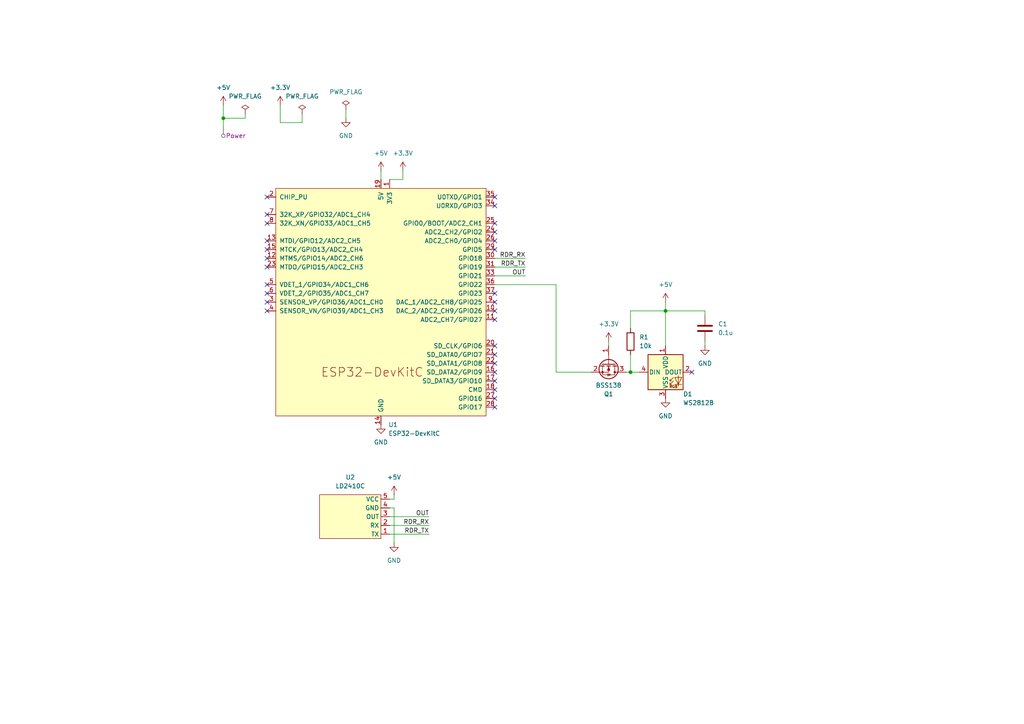
<source format=kicad_sch>
(kicad_sch (version 20250114) (generator "eeschema") (generator_version "9.0")
  (paper "A4")
  (lib_symbols
    (symbol "Device:C" (pin_numbers (hide yes)) (pin_names (offset 0.254))
      (property "Reference" "C" (at 0.635 2.54 0))
      (property "Value" "C" (at 0.635 -2.54 0))
      (symbol "C_0_1"
        (polyline (pts (xy -2.032 0.762) (xy 2.032 0.762)) (stroke (width 0.508)))
        (polyline (pts (xy -2.032 -0.762) (xy 2.032 -0.762)) (stroke (width 0.508)))
      )
      (symbol "C_1_1"
        (pin passive line (at 0 3.81 270) (length 2.794) (name "~") (number "1"))
        (pin passive line (at 0 -3.81 90) (length 2.794) (name "~") (number "2"))
      )
    )
    (symbol "Device:R" (pin_numbers (hide yes)) (pin_names (offset 0))
      (property "Reference" "R" (at 2.032 0 90))
      (property "Value" "R" (at 0 0 90))
      (symbol "R_0_1"
        (rectangle (start -1.016 -2.54) (end 1.016 2.54) (stroke (width 0.254)))
      )
      (symbol "R_1_1"
        (pin passive line (at 0 3.81 270) (length 1.27) (name "~") (number "1"))
        (pin passive line (at 0 -3.81 90) (length 1.27) (name "~") (number "2"))
      )
    )
    (symbol "LED:WS2812B" (pin_names (offset 0.254))
      (property "Reference" "D" (at 5.08 5.715 0))
      (property "Value" "WS2812B" (at 1.27 -5.715 0))
      (symbol "WS2812B_0_0"
        (text "RGB" (at 2.286 -4.191 0) (effects (font (size 0.762 0.762))))
      )
      (symbol "WS2812B_0_1"
        (polyline (pts (xy 1.27 -2.54) (xy 1.778 -2.54)))
        (polyline (pts (xy 1.27 -3.556) (xy 1.778 -3.556)))
        (polyline (pts (xy 2.286 -1.524) (xy 1.27 -2.54) (xy 1.27 -2.032)))
        (polyline (pts (xy 2.286 -2.54) (xy 1.27 -3.556) (xy 1.27 -3.048)))
        (polyline (pts (xy 3.683 -1.016) (xy 3.683 -3.556) (xy 3.683 -4.064)))
        (polyline (pts (xy 4.699 -1.524) (xy 2.667 -1.524) (xy 3.683 -3.556) (xy 4.699 -1.524)))
        (polyline (pts (xy 4.699 -3.556) (xy 2.667 -3.556)))
        (rectangle (start 5.08 5.08) (end -5.08 -5.08) (stroke (width 0.254)) (fill (type background)))
      )
      (symbol "WS2812B_1_1"
        (pin input line (at -7.62 0 0) (length 2.54) (name "DIN") (number "4"))
        (pin power_in line (at 0 7.62 270) (length 2.54) (name "VDD") (number "1"))
        (pin power_in line (at 0 -7.62 90) (length 2.54) (name "VSS") (number "3"))
        (pin output line (at 7.62 0 180) (length 2.54) (name "DOUT") (number "2"))
      )
    )
    (symbol "Transistor_FET:BSS138" (pin_names (offset 0) (hide yes))
      (property "Reference" "Q" (at 5.08 1.905 0))
      (property "Value" "BSS138" (at 5.08 0 0))
      (symbol "BSS138_0_1"
        (polyline (pts (xy 0.254 1.905) (xy 0.254 -1.905)) (stroke (width 0.254)))
        (polyline (pts (xy 0.254 0) (xy -2.54 0)))
        (polyline (pts (xy 0.762 2.286) (xy 0.762 1.27)) (stroke (width 0.254)))
        (polyline (pts (xy 0.762 0.508) (xy 0.762 -0.508)) (stroke (width 0.254)))
        (polyline (pts (xy 0.762 -1.27) (xy 0.762 -2.286)) (stroke (width 0.254)))
        (polyline (pts (xy 0.762 -1.778) (xy 3.302 -1.778) (xy 3.302 1.778) (xy 0.762 1.778)))
        (polyline (pts (xy 1.016 0) (xy 2.032 0.381) (xy 2.032 -0.381) (xy 1.016 0)) (fill (type outline)))
        (circle (center 1.651 0) (radius 2.794) (stroke (width 0.254)))
        (polyline (pts (xy 2.54 2.54) (xy 2.54 1.778)))
        (circle (center 2.54 1.778) (radius 0.254) (fill (type outline)))
        (circle (center 2.54 -1.778) (radius 0.254) (fill (type outline)))
        (polyline (pts (xy 2.54 -2.54) (xy 2.54 0) (xy 0.762 0)))
        (polyline (pts (xy 2.921 0.381) (xy 3.683 0.381)))
        (polyline (pts (xy 3.302 0.381) (xy 2.921 -0.254) (xy 3.683 -0.254) (xy 3.302 0.381)))
      )
      (symbol "BSS138_1_1"
        (pin input line (at -5.08 0 0) (length 2.54) (name "G") (number "1"))
        (pin passive line (at 2.54 5.08 270) (length 2.54) (name "D") (number "3"))
        (pin passive line (at 2.54 -5.08 90) (length 2.54) (name "S") (number "2"))
      )
    )
    (symbol "motion-sensor-syms:ESP32-DevKitC" (pin_names (offset 1.016))
      (property "Reference" "U" (at -30.48 38.1 0))
      (property "Value" "ESP32-DevKitC" (at -30.48 35.56 0))
      (symbol "ESP32-DevKitC_0_0"
        (text "ESP32-DevKitC" (at -2.54 -20.32 0) (effects (font (size 2.54 2.54))))
        (pin power_in line (at 0 35.56 270) (length 2.54) (name "5V") (number "19"))
        (pin power_in line (at 0 -35.56 90) (length 2.54) (name "GND") (number "14"))
      )
      (symbol "ESP32-DevKitC_0_1"
        (rectangle (start -30.48 33.02) (end 30.48 -33.02) (fill (type background)))
      )
      (symbol "ESP32-DevKitC_1_1"
        (pin input line (at -33.02 30.48 0) (length 2.54) (name "CHIP_PU") (number "2"))
        (pin bidirectional line (at -33.02 25.4 0) (length 2.54) (name "32K_XP/GPIO32/ADC1_CH4") (number "7"))
        (pin bidirectional line (at -33.02 22.86 0) (length 2.54) (name "32K_XN/GPIO33/ADC1_CH5") (number "8"))
        (pin bidirectional line (at -33.02 17.78 0) (length 2.54) (name "MTDI/GPIO12/ADC2_CH5") (number "13"))
        (pin bidirectional line (at -33.02 15.24 0) (length 2.54) (name "MTCK/GPIO13/ADC2_CH4") (number "15"))
        (pin bidirectional line (at -33.02 12.7 0) (length 2.54) (name "MTMS/GPIO14/ADC2_CH6") (number "12"))
        (pin bidirectional line (at -33.02 10.16 0) (length 2.54) (name "MTDO/GPIO15/ADC2_CH3") (number "23"))
        (pin input line (at -33.02 5.08 0) (length 2.54) (name "VDET_1/GPIO34/ADC1_CH6") (number "5"))
        (pin input line (at -33.02 2.54 0) (length 2.54) (name "VDET_2/GPIO35/ADC1_CH7") (number "6"))
        (pin input line (at -33.02 0 0) (length 2.54) (name "SENSOR_VP/GPIO36/ADC1_CH0") (number "3"))
        (pin input line (at -33.02 -2.54 0) (length 2.54) (name "SENSOR_VN/GPIO39/ADC1_CH3") (number "4"))
        (pin passive line (at 0 -35.56 90) (length 2.54) (hide yes) (name "GND") (number "32"))
        (pin passive line (at 0 -35.56 90) (length 2.54) (hide yes) (name "GND") (number "38"))
        (pin power_in line (at 2.54 35.56 270) (length 2.54) (name "3V3") (number "1"))
        (pin bidirectional line (at 33.02 30.48 180) (length 2.54) (name "U0TXD/GPIO1") (number "35"))
        (pin bidirectional line (at 33.02 27.94 180) (length 2.54) (name "U0RXD/GPIO3") (number "34"))
        (pin bidirectional line (at 33.02 22.86 180) (length 2.54) (name "GPIO0/BOOT/ADC2_CH1") (number "25"))
        (pin bidirectional line (at 33.02 20.32 180) (length 2.54) (name "ADC2_CH2/GPIO2") (number "24"))
        (pin bidirectional line (at 33.02 17.78 180) (length 2.54) (name "ADC2_CH0/GPIO4") (number "26"))
        (pin bidirectional line (at 33.02 15.24 180) (length 2.54) (name "GPIO5") (number "29"))
        (pin bidirectional line (at 33.02 12.7 180) (length 2.54) (name "GPIO18") (number "30"))
        (pin bidirectional line (at 33.02 10.16 180) (length 2.54) (name "GPIO19") (number "31"))
        (pin bidirectional line (at 33.02 7.62 180) (length 2.54) (name "GPIO21") (number "33"))
        (pin bidirectional line (at 33.02 5.08 180) (length 2.54) (name "GPIO22") (number "36"))
        (pin bidirectional line (at 33.02 2.54 180) (length 2.54) (name "GPIO23") (number "37"))
        (pin bidirectional line (at 33.02 0 180) (length 2.54) (name "DAC_1/ADC2_CH8/GPIO25") (number "9"))
        (pin bidirectional line (at 33.02 -2.54 180) (length 2.54) (name "DAC_2/ADC2_CH9/GPIO26") (number "10"))
        (pin bidirectional line (at 33.02 -5.08 180) (length 2.54) (name "ADC2_CH7/GPIO27") (number "11"))
        (pin bidirectional line (at 33.02 -12.7 180) (length 2.54) (name "SD_CLK/GPIO6") (number "20"))
        (pin bidirectional line (at 33.02 -15.24 180) (length 2.54) (name "SD_DATA0/GPIO7") (number "21"))
        (pin bidirectional line (at 33.02 -17.78 180) (length 2.54) (name "SD_DATA1/GPIO8") (number "22"))
        (pin bidirectional line (at 33.02 -20.32 180) (length 2.54) (name "SD_DATA2/GPIO9") (number "16"))
        (pin bidirectional line (at 33.02 -22.86 180) (length 2.54) (name "SD_DATA3/GPIO10") (number "17"))
        (pin bidirectional line (at 33.02 -25.4 180) (length 2.54) (name "CMD") (number "18"))
        (pin bidirectional line (at 33.02 -27.94 180) (length 2.54) (name "GPIO16") (number "27"))
        (pin bidirectional line (at 33.02 -30.48 180) (length 2.54) (name "GPIO17") (number "28"))
      )
    )
    (symbol "motion-sensor-syms:LD2410C"
      (property "Reference" "U" (at 0 5.08 0))
      (property "Value" "LD2410C" (at 0 2.54 0))
      (symbol "LD2410C_0_1"
        (rectangle (start -8.89 0) (end 8.89 -12.7) (fill (type background)))
      )
      (symbol "LD2410C_1_1"
        (pin power_in line (at 11.43 -1.27 180) (length 2.54) (name "VCC") (number "5"))
        (pin power_in line (at 11.43 -3.81 180) (length 2.54) (name "GND") (number "4"))
        (pin output line (at 11.43 -6.35 180) (length 2.54) (name "OUT") (number "3"))
        (pin input line (at 11.43 -8.89 180) (length 2.54) (name "RX") (number "2"))
        (pin output line (at 11.43 -11.43 180) (length 2.54) (name "TX") (number "1"))
      )
    )
    (symbol "power:+3.3V" (power) (pin_numbers (hide yes)) (pin_names (offset 0) (hide yes))
      (property "Value" "+3.3V" (at 0 3.556 0))
      (symbol "+3.3V_0_1"
        (polyline (pts (xy -0.762 1.27) (xy 0 2.54)))
        (polyline (pts (xy 0 2.54) (xy 0.762 1.27)))
        (polyline (pts (xy 0 0) (xy 0 2.54)))
      )
      (symbol "+3.3V_1_1"
        (pin power_in line (at 0 0 90) (length 0) (name "~") (number "1"))
      )
    )
    (symbol "power:+5V" (power) (pin_numbers (hide yes)) (pin_names (offset 0) (hide yes))
      (property "Value" "+5V" (at 0 3.556 0))
      (symbol "+5V_0_1"
        (polyline (pts (xy -0.762 1.27) (xy 0 2.54)))
        (polyline (pts (xy 0 2.54) (xy 0.762 1.27)))
        (polyline (pts (xy 0 0) (xy 0 2.54)))
      )
      (symbol "+5V_1_1"
        (pin power_in line (at 0 0 90) (length 0) (name "~") (number "1"))
      )
    )
    (symbol "power:GND" (power) (pin_numbers (hide yes)) (pin_names (offset 0) (hide yes))
      (property "Value" "GND" (at 0 -3.81 0))
      (symbol "GND_0_1"
        (polyline (pts (xy 0 0) (xy 0 -1.27) (xy 1.27 -1.27) (xy 0 -2.54) (xy -1.27 -1.27) (xy 0 -1.27)))
      )
      (symbol "GND_1_1"
        (pin power_in line (at 0 0 270) (length 0) (name "~") (number "1"))
      )
    )
    (symbol "power:PWR_FLAG" (power) (pin_numbers (hide yes)) (pin_names (offset 0) (hide yes))
      (property "Value" "PWR_FLAG" (at 0 3.81 0))
      (symbol "PWR_FLAG_0_0"
        (pin power_out line (at 0 0 90) (length 0) (name "~") (number "1"))
      )
      (symbol "PWR_FLAG_0_1"
        (polyline (pts (xy 0 0) (xy 0 1.27) (xy -1.016 1.905) (xy 0 2.54) (xy 1.016 1.905) (xy 0 1.27)))
      )
    )
  )
  (junction (at 193.04 90.17))
  (junction (at 64.77 34.29))
  (junction (at 182.88 107.95))
  (no_connect (at 143.51 92.71))
  (no_connect (at 77.47 85.09))
  (no_connect (at 143.51 107.95))
  (no_connect (at 143.51 100.33))
  (no_connect (at 77.47 57.15))
  (no_connect (at 77.47 90.17))
  (no_connect (at 143.51 87.63))
  (no_connect (at 77.47 74.93))
  (no_connect (at 77.47 62.23))
  (no_connect (at 143.51 57.15))
  (no_connect (at 77.47 82.55))
  (no_connect (at 77.47 72.39))
  (no_connect (at 200.66 107.95))
  (no_connect (at 143.51 105.41))
  (no_connect (at 143.51 85.09))
  (no_connect (at 143.51 118.11))
  (no_connect (at 143.51 90.17))
  (no_connect (at 143.51 69.85))
  (no_connect (at 143.51 115.57))
  (no_connect (at 143.51 72.39))
  (no_connect (at 143.51 102.87))
  (no_connect (at 77.47 87.63))
  (no_connect (at 143.51 113.03))
  (no_connect (at 143.51 67.31))
  (no_connect (at 77.47 77.47))
  (no_connect (at 77.47 69.85))
  (no_connect (at 143.51 59.69))
  (no_connect (at 77.47 64.77))
  (no_connect (at 143.51 110.49))
  (no_connect (at 143.51 64.77))
  (wire (pts (xy 193.04 87.63) (xy 193.04 90.17)))
  (wire (pts (xy 143.51 77.47) (xy 152.4 77.47)))
  (wire (pts (xy 193.04 100.33) (xy 193.04 90.17)))
  (wire (pts (xy 182.88 90.17) (xy 182.88 95.25)))
  (wire (pts (xy 204.47 90.17) (xy 193.04 90.17)))
  (wire (pts (xy 64.77 36.83) (xy 64.77 34.29)))
  (wire (pts (xy 182.88 102.87) (xy 182.88 107.95)))
  (wire (pts (xy 64.77 34.29) (xy 64.77 30.48)))
  (wire (pts (xy 87.63 35.56) (xy 87.63 33.02)))
  (wire (pts (xy 204.47 91.44) (xy 204.47 90.17)))
  (wire (pts (xy 204.47 99.06) (xy 204.47 100.33)))
  (wire (pts (xy 143.51 80.01) (xy 152.4 80.01)))
  (wire (pts (xy 161.29 82.55) (xy 161.29 107.95)))
  (wire (pts (xy 81.28 35.56) (xy 87.63 35.56)))
  (wire (pts (xy 81.28 30.48) (xy 81.28 35.56)))
  (wire (pts (xy 176.53 99.06) (xy 176.53 100.33)))
  (wire (pts (xy 182.88 107.95) (xy 185.42 107.95)))
  (wire (pts (xy 116.84 52.07) (xy 116.84 49.53)))
  (wire (pts (xy 181.61 107.95) (xy 182.88 107.95)))
  (wire (pts (xy 113.03 52.07) (xy 116.84 52.07)))
  (wire (pts (xy 143.51 74.93) (xy 152.4 74.93)))
  (wire (pts (xy 100.33 31.75) (xy 100.33 34.29)))
  (wire (pts (xy 113.03 149.86) (xy 124.46 149.86)))
  (wire (pts (xy 161.29 107.95) (xy 171.45 107.95)))
  (wire (pts (xy 114.3 144.78) (xy 114.3 143.51)))
  (wire (pts (xy 193.04 90.17) (xy 182.88 90.17)))
  (wire (pts (xy 110.49 49.53) (xy 110.49 52.07)))
  (wire (pts (xy 114.3 147.32) (xy 114.3 157.48)))
  (wire (pts (xy 113.03 144.78) (xy 114.3 144.78)))
  (wire (pts (xy 113.03 154.94) (xy 124.46 154.94)))
  (wire (pts (xy 113.03 147.32) (xy 114.3 147.32)))
  (wire (pts (xy 113.03 152.4) (xy 124.46 152.4)))
  (wire (pts (xy 71.12 33.02) (xy 71.12 34.29)))
  (wire (pts (xy 64.77 34.29) (xy 71.12 34.29)))
  (wire (pts (xy 143.51 82.55) (xy 161.29 82.55)))
  (label "RDR_TX" (at 124.46 154.94 180))
  (label "RDR_RX" (at 124.46 152.4 180))
  (label "OUT" (at 124.46 149.86 180))
  (label "RDR_RX" (at 152.4 74.93 180))
  (label "RDR_TX" (at 152.4 77.47 180))
  (label "OUT" (at 152.4 80.01 180))
  (netclass_flag "" (length 2.54) (shape round) (at 64.77 36.83 180) (property "Netclass" "Power" (at 65.4685 39.37 0) (effects (justify left))))
  (symbol (lib_id "Device:C") (at 204.47 95.25 0) (unit 1)
    (property "Reference" "C1" (at 208.28 93.9799 0) (effects (justify left)))
    (property "Value" "0.1u" (at 208.28 96.5199 0) (effects (justify left)))
    (property "Footprint" "Capacitor_SMD:C_0805_2012Metric_Pad1.18x1.45mm_HandSolder" (effects (hide yes)))
    (property "Description" "Unpolarized capacitor" (effects (hide yes)))
  )
  (symbol (lib_id "power:+3.3V") (at 81.28 30.48 0) (unit 1)
    (property "Reference" "#PWR011" (effects (hide yes)))
    (property "Value" "+3.3V" (at 81.28 25.4 0))
    (property "Description" "Power symbol creates a global label with name \"+3.3V\"" (effects (hide yes)))
  )
  (symbol (lib_id "motion-sensor-syms:ESP32-DevKitC") (at 110.49 87.63 0) (unit 1)
    (property "Reference" "U1" (at 112.6333 123.19 0) (effects (justify left)))
    (property "Value" "ESP32-DevKitC" (at 112.6333 125.73 0) (effects (justify left)))
    (property "Footprint" "ESP32-DevkitC-32:ESP32-DevKitC" (effects (hide yes)))
    (property "Datasheet" "https://docs.espressif.com/projects/esp-idf/zh_CN/latest/esp32/hw-reference/esp32/get-started-devkitc.html" (effects (hide yes)))
    (property "Description" "Development Kit" (effects (hide yes)))
  )
  (symbol (lib_id "power:GND") (at 114.3 157.48 0) (unit 1)
    (property "Reference" "#PWR05" (effects (hide yes)))
    (property "Value" "GND" (at 114.3 162.56 0))
    (property "Description" "Power symbol creates a global label with name \"GND\" , ground" (effects (hide yes)))
  )
  (symbol (lib_id "power:+5V") (at 64.77 30.48 0) (unit 1)
    (property "Reference" "#PWR010" (effects (hide yes)))
    (property "Value" "+5V" (at 64.77 25.4 0))
    (property "Description" "Power symbol creates a global label with name \"+5V\"" (effects (hide yes)))
  )
  (symbol (lib_id "power:GND") (at 100.33 34.29 0) (unit 1)
    (property "Reference" "#PWR012" (effects (hide yes)))
    (property "Value" "GND" (at 100.33 39.37 0))
    (property "Description" "Power symbol creates a global label with name \"GND\" , ground" (effects (hide yes)))
  )
  (symbol (lib_id "power:GND") (at 193.04 115.57 0) (unit 1)
    (property "Reference" "#PWR06" (effects (hide yes)))
    (property "Value" "GND" (at 193.04 120.65 0))
    (property "Description" "Power symbol creates a global label with name \"GND\" , ground" (effects (hide yes)))
  )
  (symbol (lib_id "power:+5V") (at 114.3 143.51 0) (unit 1)
    (property "Reference" "#PWR04" (effects (hide yes)))
    (property "Value" "+5V" (at 114.3 138.43 0))
    (property "Description" "Power symbol creates a global label with name \"+5V\"" (effects (hide yes)))
  )
  (symbol (lib_id "power:GND") (at 110.49 123.19 0) (unit 1)
    (property "Reference" "#PWR01" (effects (hide yes)))
    (property "Value" "GND" (at 110.49 128.27 0))
    (property "Description" "Power symbol creates a global label with name \"GND\" , ground" (effects (hide yes)))
  )
  (symbol (lib_id "power:PWR_FLAG") (at 100.33 31.75 0) (unit 1)
    (property "Reference" "#FLG03" (effects (hide yes)))
    (property "Value" "PWR_FLAG" (at 100.33 26.67 0))
    (property "Description" "Special symbol for telling ERC where power comes from" (effects (hide yes)))
  )
  (symbol (lib_id "LED:WS2812B") (at 193.04 107.95 0) (unit 1)
    (property "Reference" "D1" (at 198.12 114.3 0) (effects (justify left)))
    (property "Value" "WS2812B" (at 198.12 116.84 0) (effects (justify left)))
    (property "Footprint" "LED_SMD:LED_WS2812B_PLCC4_5.0x5.0mm_P3.2mm" (effects (hide yes)))
    (property "Datasheet" "https://cdn-shop.adafruit.com/datasheets/WS2812B.pdf" (effects (hide yes)))
    (property "Description" "RGB LED with integrated controller" (effects (hide yes)))
  )
  (symbol (lib_id "power:PWR_FLAG") (at 71.12 33.02 0) (unit 1)
    (property "Reference" "#FLG01" (effects (hide yes)))
    (property "Value" "PWR_FLAG" (at 71.12 27.94 0))
    (property "Description" "Special symbol for telling ERC where power comes from" (effects (hide yes)))
  )
  (symbol (lib_id "power:GND") (at 204.47 100.33 0) (unit 1)
    (property "Reference" "#PWR08" (effects (hide yes)))
    (property "Value" "GND" (at 204.47 105.41 0))
    (property "Description" "Power symbol creates a global label with name \"GND\" , ground" (effects (hide yes)))
  )
  (symbol (lib_id "Device:R") (at 182.88 99.06 0) (unit 1)
    (property "Reference" "R1" (at 185.42 97.7899 0) (effects (justify left)))
    (property "Value" "10k" (at 185.42 100.3299 0) (effects (justify left)))
    (property "Footprint" "Resistor_SMD:R_0805_2012Metric_Pad1.20x1.40mm_HandSolder" (effects (hide yes)))
    (property "Description" "Resistor" (effects (hide yes)))
  )
  (symbol (lib_id "power:+5V") (at 193.04 87.63 0) (unit 1)
    (property "Reference" "#PWR07" (effects (hide yes)))
    (property "Value" "+5V" (at 193.04 82.55 0))
    (property "Description" "Power symbol creates a global label with name \"+5V\"" (effects (hide yes)))
  )
  (symbol (lib_id "Transistor_FET:BSS138") (at 176.53 105.41 270) (unit 1)
    (property "Reference" "Q1" (at 176.53 114.3 90))
    (property "Value" "BSS138" (at 176.53 111.76 90))
    (property "Footprint" "Package_TO_SOT_SMD:SOT-23" (effects (hide yes)))
    (property "Datasheet" "https://www.onsemi.com/pub/Collateral/BSS138-D.PDF" (effects (hide yes)))
    (property "Description" "50V Vds, 0.22A Id, N-Channel MOSFET, SOT-23" (effects (hide yes)))
  )
  (symbol (lib_id "power:+5V") (at 110.49 49.53 0) (unit 1)
    (property "Reference" "#PWR03" (effects (hide yes)))
    (property "Value" "+5V" (at 110.49 44.45 0))
    (property "Description" "Power symbol creates a global label with name \"+5V\"" (effects (hide yes)))
  )
  (symbol (lib_id "motion-sensor-syms:LD2410C") (at 101.6 143.51 0) (unit 1)
    (property "Reference" "U2" (at 101.6 138.43 0))
    (property "Value" "LD2410C" (at 101.6 140.97 0))
    (property "Footprint" "HLK:LD2410C" (effects (hide yes)))
  )
  (symbol (lib_id "power:+3.3V") (at 176.53 99.06 0) (unit 1)
    (property "Reference" "#PWR09" (effects (hide yes)))
    (property "Value" "+3.3V" (at 176.53 93.98 0))
    (property "Description" "Power symbol creates a global label with name \"+3.3V\"" (effects (hide yes)))
  )
  (symbol (lib_id "power:PWR_FLAG") (at 87.63 33.02 0) (unit 1)
    (property "Reference" "#FLG02" (effects (hide yes)))
    (property "Value" "PWR_FLAG" (at 87.63 27.94 0))
    (property "Description" "Special symbol for telling ERC where power comes from" (effects (hide yes)))
  )
  (symbol (lib_id "power:+3.3V") (at 116.84 49.53 0) (unit 1)
    (property "Reference" "#PWR02" (effects (hide yes)))
    (property "Value" "+3.3V" (at 116.84 44.45 0))
    (property "Description" "Power symbol creates a global label with name \"+3.3V\"" (effects (hide yes)))
  )
)
</source>
